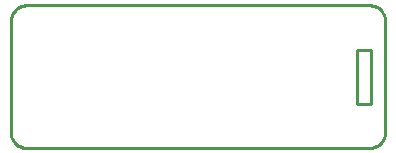
<source format=gbr>
G04 EAGLE Gerber RS-274X export*
G75*
%MOMM*%
%FSLAX34Y34*%
%LPD*%
%IN*%
%IPPOS*%
%AMOC8*
5,1,8,0,0,1.08239X$1,22.5*%
G01*
%ADD10C,0.254000*%


D10*
X-49530Y-47625D02*
X-49482Y-48732D01*
X-49337Y-49830D01*
X-49097Y-50912D01*
X-48764Y-51969D01*
X-48340Y-52992D01*
X-47829Y-53975D01*
X-47233Y-54909D01*
X-46559Y-55788D01*
X-45810Y-56605D01*
X-44993Y-57354D01*
X-44114Y-58028D01*
X-43180Y-58624D01*
X-42197Y-59135D01*
X-41174Y-59559D01*
X-40117Y-59892D01*
X-39035Y-60132D01*
X-37937Y-60277D01*
X-36830Y-60325D01*
X253960Y-60325D01*
X255137Y-60274D01*
X256304Y-60120D01*
X257454Y-59865D01*
X258577Y-59511D01*
X259665Y-59060D01*
X260710Y-58516D01*
X261703Y-57884D01*
X262638Y-57167D01*
X263506Y-56371D01*
X264302Y-55503D01*
X265019Y-54568D01*
X265651Y-53575D01*
X266195Y-52530D01*
X266646Y-51442D01*
X267000Y-50319D01*
X267255Y-49169D01*
X267409Y-48002D01*
X267460Y-46825D01*
X267460Y46824D01*
X267409Y48001D01*
X267255Y49169D01*
X267000Y50318D01*
X266646Y51442D01*
X266195Y52530D01*
X265651Y53575D01*
X265018Y54568D01*
X264301Y55502D01*
X263506Y56371D01*
X262637Y57166D01*
X261703Y57883D01*
X260710Y58516D01*
X259665Y59060D01*
X258577Y59511D01*
X257453Y59865D01*
X256304Y60120D01*
X255136Y60274D01*
X253959Y60325D01*
X-36530Y60325D01*
X-37651Y60289D01*
X-38764Y60156D01*
X-39861Y59926D01*
X-40934Y59601D01*
X-41975Y59184D01*
X-42975Y58678D01*
X-43928Y58087D01*
X-44825Y57415D01*
X-45660Y56667D01*
X-46427Y55850D01*
X-47120Y54968D01*
X-47733Y54030D01*
X-48263Y53042D01*
X-48704Y52011D01*
X-49053Y50946D01*
X-49309Y49854D01*
X-49468Y48744D01*
X-49530Y47625D01*
X-49530Y-47625D01*
X243840Y-22860D02*
X255270Y-22860D01*
X255270Y22860D01*
X243840Y22860D01*
X243840Y-22860D01*
M02*

</source>
